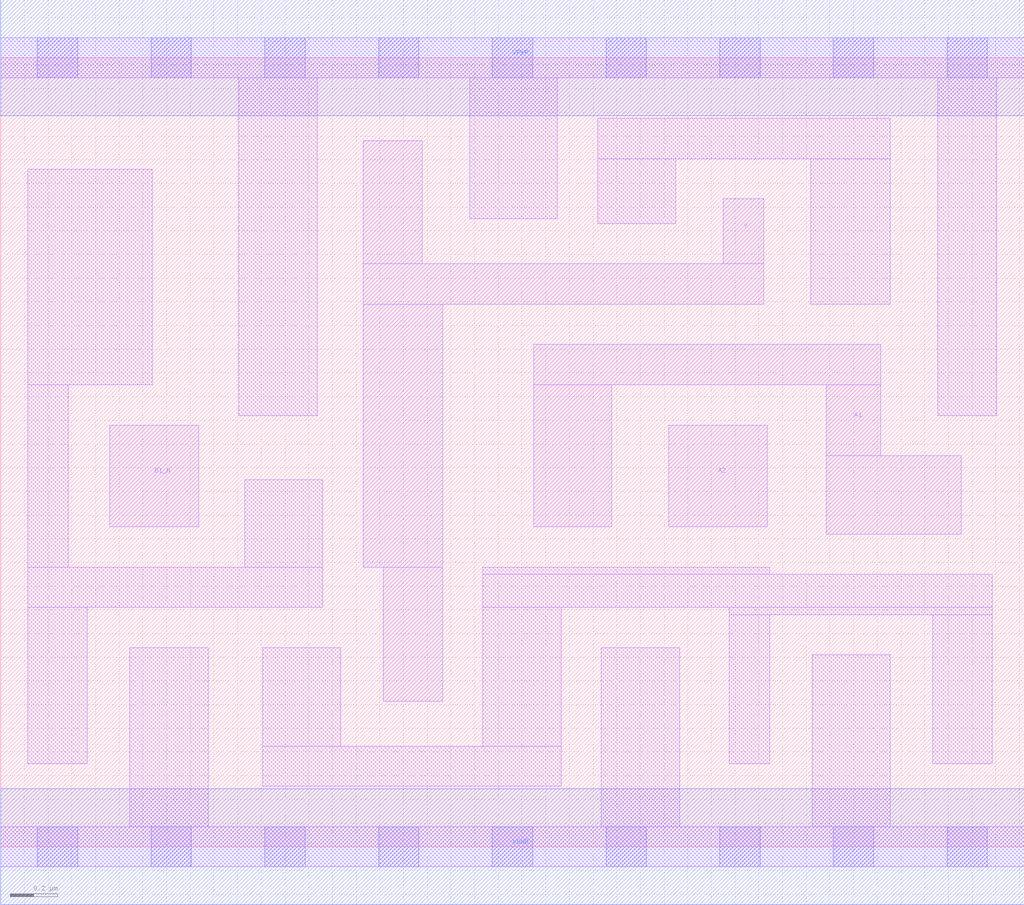
<source format=lef>
# Copyright 2020 The SkyWater PDK Authors
#
# Licensed under the Apache License, Version 2.0 (the "License");
# you may not use this file except in compliance with the License.
# You may obtain a copy of the License at
#
#     https://www.apache.org/licenses/LICENSE-2.0
#
# Unless required by applicable law or agreed to in writing, software
# distributed under the License is distributed on an "AS IS" BASIS,
# WITHOUT WARRANTIES OR CONDITIONS OF ANY KIND, either express or implied.
# See the License for the specific language governing permissions and
# limitations under the License.
#
# SPDX-License-Identifier: Apache-2.0

VERSION 5.7 ;
  NAMESCASESENSITIVE ON ;
  NOWIREEXTENSIONATPIN ON ;
  DIVIDERCHAR "/" ;
  BUSBITCHARS "[]" ;
UNITS
  DATABASE MICRONS 200 ;
END UNITS
MACRO sky130_fd_sc_ls__o21bai_2
  CLASS CORE ;
  SOURCE USER ;
  FOREIGN sky130_fd_sc_ls__o21bai_2 ;
  ORIGIN  0.000000  0.000000 ;
  SIZE  4.320000 BY  3.330000 ;
  SYMMETRY X Y ;
  SITE unit ;
  PIN A1
    ANTENNAGATEAREA  0.558000 ;
    DIRECTION INPUT ;
    USE SIGNAL ;
    PORT
      LAYER li1 ;
        RECT 2.250000 1.350000 2.580000 1.950000 ;
        RECT 2.250000 1.950000 3.715000 2.120000 ;
        RECT 3.485000 1.320000 4.055000 1.650000 ;
        RECT 3.485000 1.650000 3.715000 1.950000 ;
    END
  END A1
  PIN A2
    ANTENNAGATEAREA  0.558000 ;
    DIRECTION INPUT ;
    USE SIGNAL ;
    PORT
      LAYER li1 ;
        RECT 2.820000 1.350000 3.235000 1.780000 ;
    END
  END A2
  PIN B1_N
    ANTENNAGATEAREA  0.246000 ;
    DIRECTION INPUT ;
    USE SIGNAL ;
    PORT
      LAYER li1 ;
        RECT 0.460000 1.350000 0.835000 1.780000 ;
    END
  END B1_N
  PIN Y
    ANTENNADIFFAREA  0.879200 ;
    DIRECTION OUTPUT ;
    USE SIGNAL ;
    PORT
      LAYER li1 ;
        RECT 1.530000 1.180000 1.865000 2.290000 ;
        RECT 1.530000 2.290000 3.220000 2.460000 ;
        RECT 1.530000 2.460000 1.780000 2.980000 ;
        RECT 1.615000 0.615000 1.865000 1.180000 ;
        RECT 3.050000 2.460000 3.220000 2.735000 ;
    END
  END Y
  PIN VGND
    DIRECTION INOUT ;
    SHAPE ABUTMENT ;
    USE GROUND ;
    PORT
      LAYER met1 ;
        RECT 0.000000 -0.245000 4.320000 0.245000 ;
    END
  END VGND
  PIN VPWR
    DIRECTION INOUT ;
    SHAPE ABUTMENT ;
    USE POWER ;
    PORT
      LAYER met1 ;
        RECT 0.000000 3.085000 4.320000 3.575000 ;
    END
  END VPWR
  OBS
    LAYER li1 ;
      RECT 0.000000 -0.085000 4.320000 0.085000 ;
      RECT 0.000000  3.245000 4.320000 3.415000 ;
      RECT 0.115000  0.350000 0.365000 1.010000 ;
      RECT 0.115000  1.010000 1.360000 1.180000 ;
      RECT 0.115000  1.180000 0.285000 1.950000 ;
      RECT 0.115000  1.950000 0.640000 2.860000 ;
      RECT 0.545000  0.085000 0.875000 0.840000 ;
      RECT 1.005000  1.820000 1.335000 3.245000 ;
      RECT 1.030000  1.180000 1.360000 1.550000 ;
      RECT 1.105000  0.255000 2.365000 0.425000 ;
      RECT 1.105000  0.425000 1.435000 0.840000 ;
      RECT 1.980000  2.650000 2.350000 3.245000 ;
      RECT 2.035000  0.425000 2.365000 1.010000 ;
      RECT 2.035000  1.010000 4.185000 1.150000 ;
      RECT 2.035000  1.150000 3.245000 1.180000 ;
      RECT 2.520000  2.630000 2.850000 2.905000 ;
      RECT 2.520000  2.905000 3.755000 3.075000 ;
      RECT 2.535000  0.085000 2.865000 0.840000 ;
      RECT 3.075000  0.350000 3.245000 0.980000 ;
      RECT 3.075000  0.980000 4.185000 1.010000 ;
      RECT 3.420000  2.290000 3.755000 2.905000 ;
      RECT 3.425000  0.085000 3.755000 0.810000 ;
      RECT 3.935000  0.350000 4.185000 0.980000 ;
      RECT 3.955000  1.820000 4.205000 3.245000 ;
    LAYER mcon ;
      RECT 0.155000 -0.085000 0.325000 0.085000 ;
      RECT 0.155000  3.245000 0.325000 3.415000 ;
      RECT 0.635000 -0.085000 0.805000 0.085000 ;
      RECT 0.635000  3.245000 0.805000 3.415000 ;
      RECT 1.115000 -0.085000 1.285000 0.085000 ;
      RECT 1.115000  3.245000 1.285000 3.415000 ;
      RECT 1.595000 -0.085000 1.765000 0.085000 ;
      RECT 1.595000  3.245000 1.765000 3.415000 ;
      RECT 2.075000 -0.085000 2.245000 0.085000 ;
      RECT 2.075000  3.245000 2.245000 3.415000 ;
      RECT 2.555000 -0.085000 2.725000 0.085000 ;
      RECT 2.555000  3.245000 2.725000 3.415000 ;
      RECT 3.035000 -0.085000 3.205000 0.085000 ;
      RECT 3.035000  3.245000 3.205000 3.415000 ;
      RECT 3.515000 -0.085000 3.685000 0.085000 ;
      RECT 3.515000  3.245000 3.685000 3.415000 ;
      RECT 3.995000 -0.085000 4.165000 0.085000 ;
      RECT 3.995000  3.245000 4.165000 3.415000 ;
  END
END sky130_fd_sc_ls__o21bai_2

</source>
